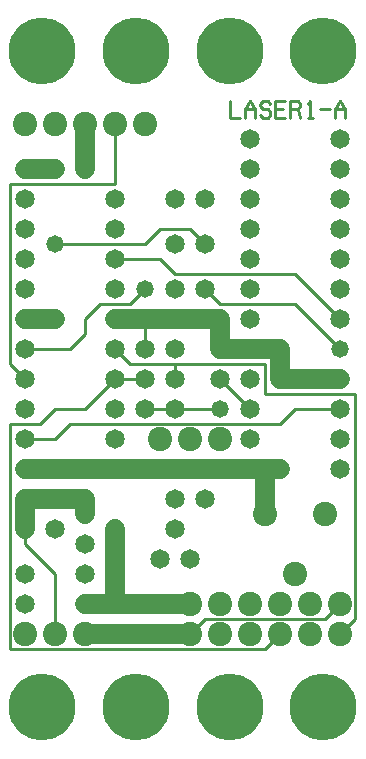
<source format=gtl>
%MOIN*%
%FSLAX25Y25*%
G04 D10 used for Character Trace; *
G04     Circle (OD=.01000) (No hole)*
G04 D11 used for Power Trace; *
G04     Circle (OD=.06700) (No hole)*
G04 D12 used for Signal Trace; *
G04     Circle (OD=.01100) (No hole)*
G04 D13 used for Via; *
G04     Circle (OD=.05800) (Round. Hole ID=.02800)*
G04 D14 used for Component hole; *
G04     Circle (OD=.06500) (Round. Hole ID=.03500)*
G04 D15 used for Component hole; *
G04     Circle (OD=.06700) (Round. Hole ID=.04300)*
G04 D16 used for Component hole; *
G04     Circle (OD=.08100) (Round. Hole ID=.05100)*
G04 D17 used for Component hole; *
G04     Circle (OD=.08900) (Round. Hole ID=.05900)*
G04 D18 used for Component hole; *
G04     Circle (OD=.11300) (Round. Hole ID=.08300)*
G04 D19 used for Component hole; *
G04     Circle (OD=.16000) (Round. Hole ID=.13000)*
G04 D20 used for Component hole; *
G04     Circle (OD=.18300) (Round. Hole ID=.15300)*
G04 D21 used for Component hole; *
G04     Circle (OD=.22291) (Round. Hole ID=.19291)*
%ADD10C,.01000*%
%ADD11C,.06700*%
%ADD12C,.01100*%
%ADD13C,.05800*%
%ADD14C,.06500*%
%ADD15C,.06700*%
%ADD16C,.08100*%
%ADD17C,.08900*%
%ADD18C,.11300*%
%ADD19C,.16000*%
%ADD20C,.18300*%
%ADD21C,.22291*%
%IPPOS*%
%LPD*%
G90*X0Y0D02*D21*X15625Y15625D03*D12*              
X5000Y35000D02*X90000D01*X95000Y40000D01*D16*D03* 
X105000Y50000D03*X85000D03*X105000Y40000D03*      
X95000Y50000D03*X85000Y40000D03*D12*              
X70000Y45000D02*X110000D01*X65000Y40000D02*       
X70000Y45000D01*D16*X65000Y40000D03*D11*X30000D01*
D16*D03*D11*Y50000D02*X40000D01*D14*X30000D03*D12*
X20000Y40000D02*Y60000D01*D16*Y40000D03*D14*      
X10000Y50000D03*D16*Y40000D03*D12*X5000Y35000D02* 
Y110000D01*X15000D01*X20000Y115000D01*X30000D01*  
X40000Y125000D01*D14*D03*D12*X50000D01*D14*D03*   
D12*X45000Y130000D02*X60000D01*Y125000D01*D14*D03*
D12*Y130000D02*X90000D01*Y120000D01*X120000D01*   
Y45000D01*X115000Y40000D01*D16*D03*D12*           
X110000Y45000D02*X115000Y50000D01*D16*D03*        
X100000Y60000D03*X110000Y80000D03*X90000D03*D11*  
Y95000D01*X85000D01*D14*D03*D11*X40000D01*D14*D03*
D11*X10000D01*D14*D03*D12*Y105000D02*X20000D01*   
D14*X10000D03*D12*X20000D02*X25000Y110000D01*     
X95000D01*X100000Y115000D01*X115000D01*D14*D03*   
Y125000D03*D11*X95000D01*Y135000D01*X75000D01*D14*
D03*D11*Y145000D01*X50000D01*D12*Y135000D01*D14*  
D03*D12*X45000Y130000D02*X40000Y135000D01*D14*D03*
D11*Y145000D02*X50000D01*D14*X40000D03*D12*       
X35000Y150000D02*X45000D01*X30000Y145000D02*      
X35000Y150000D01*X30000Y140000D02*Y145000D01*     
X25000Y135000D02*X30000Y140000D01*                
X10000Y135000D02*X25000D01*D14*X10000D03*D12*     
Y125000D02*X5000Y130000D01*D14*X10000Y125000D03*  
D12*X5000Y130000D02*Y190000D01*X40000D01*         
Y210000D01*D16*D03*X50000D03*X30000D03*D11*       
Y195000D01*D14*D03*X40000Y185000D03*D13*          
X20000Y195000D03*D11*X10000D01*D14*D03*Y185000D03*
D16*X20000Y210000D03*X10000D03*D14*Y175000D03*D13*
X20000Y170000D03*D12*X50000D01*X55000Y175000D01*  
X65000D01*X70000Y170000D01*D14*D03*D12*           
X60000Y160000D02*X100000D01*X115000Y145000D01*D14*
D03*Y155000D03*D13*Y135000D03*D12*                
X100000Y150000D01*X75000D01*X70000Y155000D01*D14* 
D03*D12*X60000Y160000D02*X55000Y165000D01*        
X40000D01*D14*D03*D13*X50000Y155000D03*D12*       
X45000Y150000D01*D14*X40000Y155000D03*            
X60000Y135000D03*Y155000D03*Y170000D03*           
X40000Y175000D03*D13*X20000Y145000D03*D11*        
X10000D01*D14*D03*Y155000D03*Y165000D03*          
X40000Y115000D03*X10000D03*X50000D03*D12*         
X60000D01*D14*D03*D12*X75000D01*D13*D03*D14*      
X85000Y105000D03*Y125000D03*D16*X65000Y105000D03* 
D14*X85000Y115000D03*D12*X75000Y125000D01*D14*D03*
D16*X55000Y105000D03*D14*X85000Y145000D03*D16*    
X75000Y105000D03*D14*X85000Y155000D03*D11*        
X90000Y95000D02*X95000D01*D13*D03*D14*X115000D03* 
Y105000D03*X70000Y85000D03*X65000Y65000D03*       
X60000Y85000D03*Y75000D03*X55000Y65000D03*D16*    
X65000Y50000D03*D11*X40000D01*Y75000D01*D14*D03*  
D11*X30000Y80000D02*Y85000D01*D14*Y80000D03*D11*  
X10000Y85000D02*X30000D01*X10000Y75000D02*        
Y85000D01*D14*Y75000D03*D12*Y70000D01*            
X20000Y60000D01*D14*X30000Y70000D03*Y60000D03*    
X10000D03*X20000Y75000D03*X40000Y105000D03*D21*   
X46875Y15625D03*D16*X75000Y40000D03*Y50000D03*D21*
X78125Y15625D03*X109375D03*D14*X115000Y165000D03* 
X85000D03*X115000Y175000D03*X85000D03*            
X115000Y185000D03*X85000D03*X70000D03*X60000D03*  
X115000Y195000D03*X85000D03*X115000Y205000D03*    
X85000D03*D10*X78326Y217871D02*Y212129D01*        
X81674D01*X83326D02*Y215000D01*X85000Y217871D01*  
X86674Y215000D01*Y212129D01*X83326Y215000D02*     
X86674D01*X91674Y216914D02*X90837Y217871D01*      
X89163D01*X88326Y216914D01*Y215957D01*            
X89163Y215000D01*X90837D01*X91674Y214043D01*      
Y213086D01*X90837Y212129D01*X89163D01*            
X88326Y213086D01*X96674Y212129D02*X93326D01*      
Y217871D01*X96674D01*X93326Y215000D02*X95837D01*  
X98326Y212129D02*Y217871D01*X100837D01*           
X101674Y216914D01*Y215957D01*X100837Y215000D01*   
X98326D01*X100837D02*X101674Y212129D01*           
X104163Y216914D02*X105000Y217871D01*Y212129D01*   
X104163D02*X105837D01*X108326Y215000D02*          
X111674D01*X113326Y212129D02*Y215000D01*          
X115000Y217871D01*X116674Y215000D01*Y212129D01*   
X113326Y215000D02*X116674D01*D21*                 
X109375Y234375D03*X78125D03*X46875D03*X15625D03*  
M02*                                              

</source>
